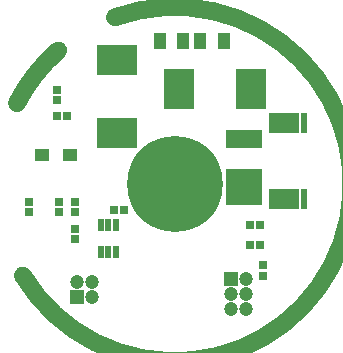
<source format=gbr>
G04 Layer_Color=16711935*
%FSLAX25Y25*%
%MOIN*%
%TF.FileFunction,Soldermask,Bot*%
%TF.Part,Single*%
G01*
G75*
%TA.AperFunction,SMDPad*%
%ADD91R,0.01969X0.03937*%
%TA.AperFunction,SMDPad*%
%ADD93R,0.02762X0.02959*%
%TA.AperFunction,SMDPad*%
%ADD96R,0.02959X0.02762*%
%TA.AperFunction,SMDPad*%
%ADD112R,0.04737X0.04068*%
%TA.AperFunction,ViaPad*%
%ADD114R,0.04737X0.04737*%
%TA.AperFunction,ViaPad*%
%ADD115C,0.04737*%
%TA.AperFunction,ViaPad*%
%ADD116R,0.04737X0.04737*%
%ADD133C,0.05906*%
%ADD134R,0.12205X0.12205*%
%ADD135R,0.12205X0.06299*%
%TA.AperFunction,SMDPad*%
%ADD136R,0.04343X0.05721*%
%TA.AperFunction,SMDPad*%
%ADD137R,0.10236X0.06890*%
%TA.AperFunction,SMDPad*%
%ADD138R,0.01969X0.06890*%
%TA.AperFunction,ConnectorPad*%
%ADD139C,0.31890*%
%TA.AperFunction,SMDPad*%
%ADD140R,0.13398X0.10052*%
%TA.AperFunction,SMDPad*%
%ADD141R,0.10052X0.13398*%
D91*
X367941Y300071D02*
D03*
X370500D02*
D03*
X373059D02*
D03*
Y308929D02*
D03*
X370500D02*
D03*
X367941D02*
D03*
D93*
X353327Y345500D02*
D03*
X356673D02*
D03*
X372327Y314000D02*
D03*
X375673D02*
D03*
X421138Y308992D02*
D03*
X417792D02*
D03*
X421173Y302500D02*
D03*
X417827D02*
D03*
D96*
X422073Y292227D02*
D03*
Y295573D02*
D03*
X344000Y316673D02*
D03*
Y313327D02*
D03*
X353500Y354173D02*
D03*
Y350827D02*
D03*
X359500Y316673D02*
D03*
Y313327D02*
D03*
X354000Y313327D02*
D03*
Y316673D02*
D03*
X359500Y307673D02*
D03*
Y304327D02*
D03*
D112*
X348340Y332500D02*
D03*
X357631D02*
D03*
D114*
X411500Y291000D02*
D03*
D115*
X416500D02*
D03*
X411500Y286000D02*
D03*
X416500D02*
D03*
X411500Y281000D02*
D03*
X416500D02*
D03*
X360000Y290000D02*
D03*
X365000Y285000D02*
D03*
Y290000D02*
D03*
D116*
X360000Y285000D02*
D03*
D133*
X353778Y367240D02*
G03*
X340060Y349726I38801J-44519D01*
G01*
X342017Y292208D02*
G03*
X372703Y378330I50562J30512D01*
G01*
D134*
X415602Y321898D02*
D03*
D135*
Y337650D02*
D03*
D136*
X401063Y370500D02*
D03*
X408937D02*
D03*
X387563D02*
D03*
X395437D02*
D03*
D137*
X429106Y343000D02*
D03*
Y317800D02*
D03*
D138*
X435799Y343000D02*
D03*
Y317799D02*
D03*
D139*
X392579Y322721D02*
D03*
D140*
X373500Y364106D02*
D03*
Y339894D02*
D03*
D141*
X418106Y354500D02*
D03*
X393894D02*
D03*
%TF.MD5,D4B51FA26D71859923B4A192E0ED6A6A*%
M02*

</source>
